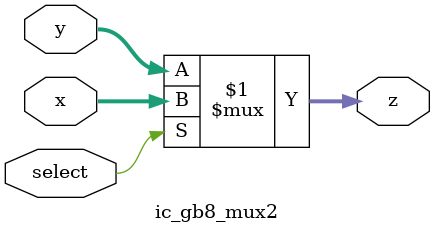
<source format=v>
module ic_gb8_mux2 (
			select,
			x,	// select = 1
			y,	// select = 0
			z
		);

input 			select;
input	[31:0] 	x,
				y;
output	[31:0]	z;
				
assign z = (select) ? x : y;
		
endmodule

</source>
